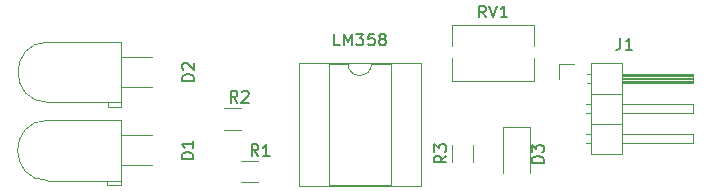
<source format=gbr>
%TF.GenerationSoftware,KiCad,Pcbnew,8.0.7*%
%TF.CreationDate,2026-02-24T14:52:02+05:30*%
%TF.ProjectId,IR Sensor,49522053-656e-4736-9f72-2e6b69636164,rev?*%
%TF.SameCoordinates,Original*%
%TF.FileFunction,Legend,Top*%
%TF.FilePolarity,Positive*%
%FSLAX46Y46*%
G04 Gerber Fmt 4.6, Leading zero omitted, Abs format (unit mm)*
G04 Created by KiCad (PCBNEW 8.0.7) date 2026-02-24 14:52:02*
%MOMM*%
%LPD*%
G01*
G04 APERTURE LIST*
%ADD10C,0.150000*%
%ADD11C,0.120000*%
G04 APERTURE END LIST*
D10*
X141341629Y-54510412D02*
X141008296Y-54034221D01*
X140770201Y-54510412D02*
X140770201Y-53510412D01*
X140770201Y-53510412D02*
X141151153Y-53510412D01*
X141151153Y-53510412D02*
X141246391Y-53558031D01*
X141246391Y-53558031D02*
X141294010Y-53605650D01*
X141294010Y-53605650D02*
X141341629Y-53700888D01*
X141341629Y-53700888D02*
X141341629Y-53843745D01*
X141341629Y-53843745D02*
X141294010Y-53938983D01*
X141294010Y-53938983D02*
X141246391Y-53986602D01*
X141246391Y-53986602D02*
X141151153Y-54034221D01*
X141151153Y-54034221D02*
X140770201Y-54034221D01*
X141627344Y-53510412D02*
X141960677Y-54510412D01*
X141960677Y-54510412D02*
X142294010Y-53510412D01*
X143151153Y-54510412D02*
X142579725Y-54510412D01*
X142865439Y-54510412D02*
X142865439Y-53510412D01*
X142865439Y-53510412D02*
X142770201Y-53653269D01*
X142770201Y-53653269D02*
X142674963Y-53748507D01*
X142674963Y-53748507D02*
X142579725Y-53796126D01*
X122072917Y-66252009D02*
X121739584Y-65775818D01*
X121501489Y-66252009D02*
X121501489Y-65252009D01*
X121501489Y-65252009D02*
X121882441Y-65252009D01*
X121882441Y-65252009D02*
X121977679Y-65299628D01*
X121977679Y-65299628D02*
X122025298Y-65347247D01*
X122025298Y-65347247D02*
X122072917Y-65442485D01*
X122072917Y-65442485D02*
X122072917Y-65585342D01*
X122072917Y-65585342D02*
X122025298Y-65680580D01*
X122025298Y-65680580D02*
X121977679Y-65728199D01*
X121977679Y-65728199D02*
X121882441Y-65775818D01*
X121882441Y-65775818D02*
X121501489Y-65775818D01*
X123025298Y-66252009D02*
X122453870Y-66252009D01*
X122739584Y-66252009D02*
X122739584Y-65252009D01*
X122739584Y-65252009D02*
X122644346Y-65394866D01*
X122644346Y-65394866D02*
X122549108Y-65490104D01*
X122549108Y-65490104D02*
X122453870Y-65537723D01*
X116576750Y-66510934D02*
X115576750Y-66510934D01*
X115576750Y-66510934D02*
X115576750Y-66272839D01*
X115576750Y-66272839D02*
X115624369Y-66129982D01*
X115624369Y-66129982D02*
X115719607Y-66034744D01*
X115719607Y-66034744D02*
X115814845Y-65987125D01*
X115814845Y-65987125D02*
X116005321Y-65939506D01*
X116005321Y-65939506D02*
X116148178Y-65939506D01*
X116148178Y-65939506D02*
X116338654Y-65987125D01*
X116338654Y-65987125D02*
X116433892Y-66034744D01*
X116433892Y-66034744D02*
X116529131Y-66129982D01*
X116529131Y-66129982D02*
X116576750Y-66272839D01*
X116576750Y-66272839D02*
X116576750Y-66510934D01*
X116576750Y-64987125D02*
X116576750Y-65558553D01*
X116576750Y-65272839D02*
X115576750Y-65272839D01*
X115576750Y-65272839D02*
X115719607Y-65368077D01*
X115719607Y-65368077D02*
X115814845Y-65463315D01*
X115814845Y-65463315D02*
X115862464Y-65558553D01*
X116604686Y-59890196D02*
X115604686Y-59890196D01*
X115604686Y-59890196D02*
X115604686Y-59652101D01*
X115604686Y-59652101D02*
X115652305Y-59509244D01*
X115652305Y-59509244D02*
X115747543Y-59414006D01*
X115747543Y-59414006D02*
X115842781Y-59366387D01*
X115842781Y-59366387D02*
X116033257Y-59318768D01*
X116033257Y-59318768D02*
X116176114Y-59318768D01*
X116176114Y-59318768D02*
X116366590Y-59366387D01*
X116366590Y-59366387D02*
X116461828Y-59414006D01*
X116461828Y-59414006D02*
X116557067Y-59509244D01*
X116557067Y-59509244D02*
X116604686Y-59652101D01*
X116604686Y-59652101D02*
X116604686Y-59890196D01*
X115699924Y-58937815D02*
X115652305Y-58890196D01*
X115652305Y-58890196D02*
X115604686Y-58794958D01*
X115604686Y-58794958D02*
X115604686Y-58556863D01*
X115604686Y-58556863D02*
X115652305Y-58461625D01*
X115652305Y-58461625D02*
X115699924Y-58414006D01*
X115699924Y-58414006D02*
X115795162Y-58366387D01*
X115795162Y-58366387D02*
X115890400Y-58366387D01*
X115890400Y-58366387D02*
X116033257Y-58414006D01*
X116033257Y-58414006D02*
X116604686Y-58985434D01*
X116604686Y-58985434D02*
X116604686Y-58366387D01*
X120303662Y-61726441D02*
X119970329Y-61250250D01*
X119732234Y-61726441D02*
X119732234Y-60726441D01*
X119732234Y-60726441D02*
X120113186Y-60726441D01*
X120113186Y-60726441D02*
X120208424Y-60774060D01*
X120208424Y-60774060D02*
X120256043Y-60821679D01*
X120256043Y-60821679D02*
X120303662Y-60916917D01*
X120303662Y-60916917D02*
X120303662Y-61059774D01*
X120303662Y-61059774D02*
X120256043Y-61155012D01*
X120256043Y-61155012D02*
X120208424Y-61202631D01*
X120208424Y-61202631D02*
X120113186Y-61250250D01*
X120113186Y-61250250D02*
X119732234Y-61250250D01*
X120684615Y-60821679D02*
X120732234Y-60774060D01*
X120732234Y-60774060D02*
X120827472Y-60726441D01*
X120827472Y-60726441D02*
X121065567Y-60726441D01*
X121065567Y-60726441D02*
X121160805Y-60774060D01*
X121160805Y-60774060D02*
X121208424Y-60821679D01*
X121208424Y-60821679D02*
X121256043Y-60916917D01*
X121256043Y-60916917D02*
X121256043Y-61012155D01*
X121256043Y-61012155D02*
X121208424Y-61155012D01*
X121208424Y-61155012D02*
X120636996Y-61726441D01*
X120636996Y-61726441D02*
X121256043Y-61726441D01*
X146215870Y-66836956D02*
X145215870Y-66836956D01*
X145215870Y-66836956D02*
X145215870Y-66598861D01*
X145215870Y-66598861D02*
X145263489Y-66456004D01*
X145263489Y-66456004D02*
X145358727Y-66360766D01*
X145358727Y-66360766D02*
X145453965Y-66313147D01*
X145453965Y-66313147D02*
X145644441Y-66265528D01*
X145644441Y-66265528D02*
X145787298Y-66265528D01*
X145787298Y-66265528D02*
X145977774Y-66313147D01*
X145977774Y-66313147D02*
X146073012Y-66360766D01*
X146073012Y-66360766D02*
X146168251Y-66456004D01*
X146168251Y-66456004D02*
X146215870Y-66598861D01*
X146215870Y-66598861D02*
X146215870Y-66836956D01*
X145215870Y-65932194D02*
X145215870Y-65313147D01*
X145215870Y-65313147D02*
X145596822Y-65646480D01*
X145596822Y-65646480D02*
X145596822Y-65503623D01*
X145596822Y-65503623D02*
X145644441Y-65408385D01*
X145644441Y-65408385D02*
X145692060Y-65360766D01*
X145692060Y-65360766D02*
X145787298Y-65313147D01*
X145787298Y-65313147D02*
X146025393Y-65313147D01*
X146025393Y-65313147D02*
X146120631Y-65360766D01*
X146120631Y-65360766D02*
X146168251Y-65408385D01*
X146168251Y-65408385D02*
X146215870Y-65503623D01*
X146215870Y-65503623D02*
X146215870Y-65789337D01*
X146215870Y-65789337D02*
X146168251Y-65884575D01*
X146168251Y-65884575D02*
X146120631Y-65932194D01*
X152731118Y-56249070D02*
X152731118Y-56963355D01*
X152731118Y-56963355D02*
X152683499Y-57106212D01*
X152683499Y-57106212D02*
X152588261Y-57201451D01*
X152588261Y-57201451D02*
X152445404Y-57249070D01*
X152445404Y-57249070D02*
X152350166Y-57249070D01*
X153731118Y-57249070D02*
X153159690Y-57249070D01*
X153445404Y-57249070D02*
X153445404Y-56249070D01*
X153445404Y-56249070D02*
X153350166Y-56391927D01*
X153350166Y-56391927D02*
X153254928Y-56487165D01*
X153254928Y-56487165D02*
X153159690Y-56534784D01*
X128972164Y-56880158D02*
X128495974Y-56880158D01*
X128495974Y-56880158D02*
X128495974Y-55880158D01*
X129305498Y-56880158D02*
X129305498Y-55880158D01*
X129305498Y-55880158D02*
X129638831Y-56594443D01*
X129638831Y-56594443D02*
X129972164Y-55880158D01*
X129972164Y-55880158D02*
X129972164Y-56880158D01*
X130353117Y-55880158D02*
X130972164Y-55880158D01*
X130972164Y-55880158D02*
X130638831Y-56261110D01*
X130638831Y-56261110D02*
X130781688Y-56261110D01*
X130781688Y-56261110D02*
X130876926Y-56308729D01*
X130876926Y-56308729D02*
X130924545Y-56356348D01*
X130924545Y-56356348D02*
X130972164Y-56451586D01*
X130972164Y-56451586D02*
X130972164Y-56689681D01*
X130972164Y-56689681D02*
X130924545Y-56784919D01*
X130924545Y-56784919D02*
X130876926Y-56832539D01*
X130876926Y-56832539D02*
X130781688Y-56880158D01*
X130781688Y-56880158D02*
X130495974Y-56880158D01*
X130495974Y-56880158D02*
X130400736Y-56832539D01*
X130400736Y-56832539D02*
X130353117Y-56784919D01*
X131876926Y-55880158D02*
X131400736Y-55880158D01*
X131400736Y-55880158D02*
X131353117Y-56356348D01*
X131353117Y-56356348D02*
X131400736Y-56308729D01*
X131400736Y-56308729D02*
X131495974Y-56261110D01*
X131495974Y-56261110D02*
X131734069Y-56261110D01*
X131734069Y-56261110D02*
X131829307Y-56308729D01*
X131829307Y-56308729D02*
X131876926Y-56356348D01*
X131876926Y-56356348D02*
X131924545Y-56451586D01*
X131924545Y-56451586D02*
X131924545Y-56689681D01*
X131924545Y-56689681D02*
X131876926Y-56784919D01*
X131876926Y-56784919D02*
X131829307Y-56832539D01*
X131829307Y-56832539D02*
X131734069Y-56880158D01*
X131734069Y-56880158D02*
X131495974Y-56880158D01*
X131495974Y-56880158D02*
X131400736Y-56832539D01*
X131400736Y-56832539D02*
X131353117Y-56784919D01*
X132495974Y-56308729D02*
X132400736Y-56261110D01*
X132400736Y-56261110D02*
X132353117Y-56213491D01*
X132353117Y-56213491D02*
X132305498Y-56118253D01*
X132305498Y-56118253D02*
X132305498Y-56070634D01*
X132305498Y-56070634D02*
X132353117Y-55975396D01*
X132353117Y-55975396D02*
X132400736Y-55927777D01*
X132400736Y-55927777D02*
X132495974Y-55880158D01*
X132495974Y-55880158D02*
X132686450Y-55880158D01*
X132686450Y-55880158D02*
X132781688Y-55927777D01*
X132781688Y-55927777D02*
X132829307Y-55975396D01*
X132829307Y-55975396D02*
X132876926Y-56070634D01*
X132876926Y-56070634D02*
X132876926Y-56118253D01*
X132876926Y-56118253D02*
X132829307Y-56213491D01*
X132829307Y-56213491D02*
X132781688Y-56261110D01*
X132781688Y-56261110D02*
X132686450Y-56308729D01*
X132686450Y-56308729D02*
X132495974Y-56308729D01*
X132495974Y-56308729D02*
X132400736Y-56356348D01*
X132400736Y-56356348D02*
X132353117Y-56403967D01*
X132353117Y-56403967D02*
X132305498Y-56499205D01*
X132305498Y-56499205D02*
X132305498Y-56689681D01*
X132305498Y-56689681D02*
X132353117Y-56784919D01*
X132353117Y-56784919D02*
X132400736Y-56832539D01*
X132400736Y-56832539D02*
X132495974Y-56880158D01*
X132495974Y-56880158D02*
X132686450Y-56880158D01*
X132686450Y-56880158D02*
X132781688Y-56832539D01*
X132781688Y-56832539D02*
X132829307Y-56784919D01*
X132829307Y-56784919D02*
X132876926Y-56689681D01*
X132876926Y-56689681D02*
X132876926Y-56499205D01*
X132876926Y-56499205D02*
X132829307Y-56403967D01*
X132829307Y-56403967D02*
X132781688Y-56356348D01*
X132781688Y-56356348D02*
X132686450Y-56308729D01*
X137971464Y-66224832D02*
X137495273Y-66558165D01*
X137971464Y-66796260D02*
X136971464Y-66796260D01*
X136971464Y-66796260D02*
X136971464Y-66415308D01*
X136971464Y-66415308D02*
X137019083Y-66320070D01*
X137019083Y-66320070D02*
X137066702Y-66272451D01*
X137066702Y-66272451D02*
X137161940Y-66224832D01*
X137161940Y-66224832D02*
X137304797Y-66224832D01*
X137304797Y-66224832D02*
X137400035Y-66272451D01*
X137400035Y-66272451D02*
X137447654Y-66320070D01*
X137447654Y-66320070D02*
X137495273Y-66415308D01*
X137495273Y-66415308D02*
X137495273Y-66796260D01*
X136971464Y-65891498D02*
X136971464Y-65272451D01*
X136971464Y-65272451D02*
X137352416Y-65605784D01*
X137352416Y-65605784D02*
X137352416Y-65462927D01*
X137352416Y-65462927D02*
X137400035Y-65367689D01*
X137400035Y-65367689D02*
X137447654Y-65320070D01*
X137447654Y-65320070D02*
X137542892Y-65272451D01*
X137542892Y-65272451D02*
X137780987Y-65272451D01*
X137780987Y-65272451D02*
X137876225Y-65320070D01*
X137876225Y-65320070D02*
X137923845Y-65367689D01*
X137923845Y-65367689D02*
X137971464Y-65462927D01*
X137971464Y-65462927D02*
X137971464Y-65748641D01*
X137971464Y-65748641D02*
X137923845Y-65843879D01*
X137923845Y-65843879D02*
X137876225Y-65891498D01*
D11*
%TO.C,RV1*%
X138461868Y-55185593D02*
X138461868Y-56971593D01*
X138461868Y-55185593D02*
X145411868Y-55185593D01*
X138461868Y-57961593D02*
X138461868Y-59925593D01*
X138461868Y-59925593D02*
X145411868Y-59925593D01*
X145411868Y-55185593D02*
X145411868Y-56971593D01*
X145411868Y-57961593D02*
X145411868Y-59925593D01*
%TO.C,R1*%
X120577103Y-66637821D02*
X122031231Y-66637821D01*
X120577103Y-68457821D02*
X122031231Y-68457821D01*
%TO.C,D1*%
X109291931Y-68332840D02*
X110411931Y-68332840D01*
X109291931Y-68732840D02*
X109291931Y-68332840D01*
X110411931Y-63212840D02*
X104251931Y-63212840D01*
X110411931Y-63212840D02*
X110411931Y-68332840D01*
X110411931Y-64502840D02*
X110411931Y-64502840D01*
X110411931Y-64502840D02*
X113081931Y-64502840D01*
X110411931Y-67042840D02*
X110411931Y-67042840D01*
X110411931Y-67042840D02*
X113081931Y-67042840D01*
X110411931Y-68332840D02*
X104251931Y-68332840D01*
X110411931Y-68332840D02*
X110411931Y-68732840D01*
X110411931Y-68732840D02*
X109291931Y-68732840D01*
X113081931Y-64502840D02*
X110411931Y-64502840D01*
X113081931Y-64502840D02*
X113081931Y-64502840D01*
X113081931Y-67042840D02*
X110411931Y-67042840D01*
X113081931Y-67042840D02*
X113081931Y-67042840D01*
X104251931Y-68332840D02*
G75*
G02*
X104251931Y-63212840I0J2560000D01*
G01*
%TO.C,D2*%
X109319867Y-61712102D02*
X110439867Y-61712102D01*
X109319867Y-62112102D02*
X109319867Y-61712102D01*
X110439867Y-56592102D02*
X104279867Y-56592102D01*
X110439867Y-56592102D02*
X110439867Y-61712102D01*
X110439867Y-57882102D02*
X110439867Y-57882102D01*
X110439867Y-57882102D02*
X113109867Y-57882102D01*
X110439867Y-60422102D02*
X110439867Y-60422102D01*
X110439867Y-60422102D02*
X113109867Y-60422102D01*
X110439867Y-61712102D02*
X104279867Y-61712102D01*
X110439867Y-61712102D02*
X110439867Y-62112102D01*
X110439867Y-62112102D02*
X109319867Y-62112102D01*
X113109867Y-57882102D02*
X110439867Y-57882102D01*
X113109867Y-57882102D02*
X113109867Y-57882102D01*
X113109867Y-60422102D02*
X110439867Y-60422102D01*
X113109867Y-60422102D02*
X113109867Y-60422102D01*
X104279867Y-61712102D02*
G75*
G02*
X104279867Y-56592102I0J2560000D01*
G01*
%TO.C,R2*%
X120578580Y-62223996D02*
X119124452Y-62223996D01*
X120578580Y-64043996D02*
X119124452Y-64043996D01*
%TO.C,D3*%
X142806051Y-63813862D02*
X142806051Y-67698862D01*
X145076051Y-63813862D02*
X142806051Y-63813862D01*
X145076051Y-67698862D02*
X145076051Y-63813862D01*
%TO.C,J1*%
X147490415Y-58434166D02*
X148760415Y-58434166D01*
X147490415Y-59704166D02*
X147490415Y-58434166D01*
X149803344Y-61864166D02*
X150200415Y-61864166D01*
X149803344Y-62624166D02*
X150200415Y-62624166D01*
X149803344Y-64404166D02*
X150200415Y-64404166D01*
X149803344Y-65164166D02*
X150200415Y-65164166D01*
X149870415Y-59324166D02*
X150200415Y-59324166D01*
X149870415Y-60084166D02*
X150200415Y-60084166D01*
X150200415Y-58374166D02*
X150200415Y-66114166D01*
X150200415Y-60974166D02*
X152860415Y-60974166D01*
X150200415Y-63514166D02*
X152860415Y-63514166D01*
X150200415Y-66114166D02*
X152860415Y-66114166D01*
X152860415Y-58374166D02*
X150200415Y-58374166D01*
X152860415Y-59324166D02*
X158860415Y-59324166D01*
X152860415Y-59384166D02*
X158860415Y-59384166D01*
X152860415Y-59504166D02*
X158860415Y-59504166D01*
X152860415Y-59624166D02*
X158860415Y-59624166D01*
X152860415Y-59744166D02*
X158860415Y-59744166D01*
X152860415Y-59864166D02*
X158860415Y-59864166D01*
X152860415Y-59984166D02*
X158860415Y-59984166D01*
X152860415Y-61864166D02*
X158860415Y-61864166D01*
X152860415Y-64404166D02*
X158860415Y-64404166D01*
X152860415Y-66114166D02*
X152860415Y-58374166D01*
X158860415Y-59324166D02*
X158860415Y-60084166D01*
X158860415Y-60084166D02*
X152860415Y-60084166D01*
X158860415Y-61864166D02*
X158860415Y-62624166D01*
X158860415Y-62624166D02*
X152860415Y-62624166D01*
X158860415Y-64404166D02*
X158860415Y-65164166D01*
X158860415Y-65164166D02*
X152860415Y-65164166D01*
%TO.C,LM358*%
X125522641Y-58365339D02*
X125522641Y-68765339D01*
X125522641Y-68765339D02*
X135802641Y-68765339D01*
X128012641Y-58425339D02*
X128012641Y-68705339D01*
X128012641Y-68705339D02*
X133312641Y-68705339D01*
X129662641Y-58425339D02*
X128012641Y-58425339D01*
X133312641Y-58425339D02*
X131662641Y-58425339D01*
X133312641Y-68705339D02*
X133312641Y-58425339D01*
X135802641Y-58365339D02*
X125522641Y-58365339D01*
X135802641Y-68765339D02*
X135802641Y-58365339D01*
X131662641Y-58425339D02*
G75*
G02*
X129662641Y-58425339I-1000000J0D01*
G01*
%TO.C,R3*%
X138426645Y-66785230D02*
X138426645Y-65331102D01*
X140246645Y-66785230D02*
X140246645Y-65331102D01*
%TD*%
M02*

</source>
